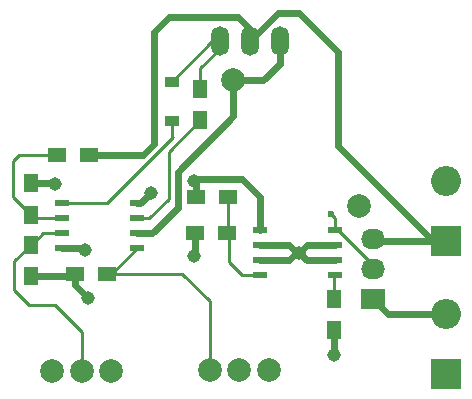
<source format=gbr>
G04 #@! TF.FileFunction,Copper,L1,Top,Signal*
%FSLAX46Y46*%
G04 Gerber Fmt 4.6, Leading zero omitted, Abs format (unit mm)*
G04 Created by KiCad (PCBNEW 4.0.2-4+6225~38~ubuntu14.04.1-stable) date Tue 01 Mar 2016 01:49:07 PM PST*
%MOMM*%
G01*
G04 APERTURE LIST*
%ADD10C,0.100000*%
%ADD11R,1.300000X1.500000*%
%ADD12R,1.500000X1.300000*%
%ADD13R,1.143000X0.508000*%
%ADD14R,1.220000X0.910000*%
%ADD15C,1.998980*%
%ADD16R,2.032000X1.727200*%
%ADD17O,2.032000X1.727200*%
%ADD18O,1.501140X2.499360*%
%ADD19R,2.540000X2.540000*%
%ADD20O,2.540000X2.540000*%
%ADD21C,2.000000*%
%ADD22C,1.143000*%
%ADD23C,0.600000*%
%ADD24C,0.609600*%
%ADD25C,0.250000*%
G04 APERTURE END LIST*
D10*
D11*
X66167000Y-87837000D03*
X66167000Y-85137000D03*
D12*
X71073000Y-77597000D03*
X68373000Y-77597000D03*
D11*
X66167000Y-82630000D03*
X66167000Y-79930000D03*
D12*
X69897000Y-87630000D03*
X72597000Y-87630000D03*
D11*
X80518000Y-71929000D03*
X80518000Y-74629000D03*
X91821000Y-89709000D03*
X91821000Y-92409000D03*
D12*
X80184000Y-81153000D03*
X82884000Y-81153000D03*
X82757000Y-84201000D03*
X80057000Y-84201000D03*
D13*
X75184000Y-81661000D03*
X75184000Y-82931000D03*
X75184000Y-84201000D03*
X75184000Y-85471000D03*
X68834000Y-85471000D03*
X68834000Y-84201000D03*
X68834000Y-82931000D03*
X68834000Y-81661000D03*
X91948000Y-83947000D03*
X91948000Y-85217000D03*
X91948000Y-86487000D03*
X91948000Y-87757000D03*
X85598000Y-87757000D03*
X85598000Y-86487000D03*
X85598000Y-85217000D03*
X85598000Y-83947000D03*
D14*
X78105000Y-74660000D03*
X78105000Y-71390000D03*
D15*
X83312000Y-71247000D03*
X93918602Y-81853602D03*
D16*
X95123000Y-89789000D03*
D17*
X95123000Y-87249000D03*
X95123000Y-84709000D03*
D18*
X84709000Y-67945000D03*
X82169000Y-67945000D03*
X87249000Y-67945000D03*
D19*
X101346000Y-96139000D03*
D20*
X101346000Y-91059000D03*
D19*
X101346000Y-84836000D03*
D20*
X101346000Y-79756000D03*
D21*
X81320000Y-95758000D03*
X83820000Y-95758000D03*
X86320000Y-95758000D03*
X67985000Y-95885000D03*
X70485000Y-95885000D03*
X72985000Y-95885000D03*
D22*
X70993000Y-89662000D03*
X80010000Y-79756000D03*
X76327000Y-80772000D03*
X91821000Y-94488000D03*
X70739000Y-85598000D03*
X68199000Y-80010000D03*
X88900000Y-85852000D03*
X80010000Y-86106000D03*
D23*
X91567000Y-82550000D03*
D24*
X69897000Y-87630000D02*
X69897000Y-88566000D01*
X69897000Y-88566000D02*
X70993000Y-89662000D01*
X80184000Y-81153000D02*
X80184000Y-79930000D01*
X80184000Y-79930000D02*
X80010000Y-79756000D01*
X85598000Y-83947000D02*
X85598000Y-81153000D01*
X80137000Y-79629000D02*
X80010000Y-79756000D01*
X84074000Y-79629000D02*
X80137000Y-79629000D01*
X85598000Y-81153000D02*
X84074000Y-79629000D01*
X76327000Y-80772000D02*
X75438000Y-81661000D01*
X80184000Y-79930000D02*
X80010000Y-79756000D01*
X75184000Y-81661000D02*
X75438000Y-81661000D01*
X66294000Y-87837000D02*
X69690000Y-87837000D01*
X69690000Y-87837000D02*
X69897000Y-87630000D01*
X91821000Y-92409000D02*
X91821000Y-94488000D01*
X68834000Y-85471000D02*
X70612000Y-85471000D01*
X70612000Y-85471000D02*
X70739000Y-85598000D01*
X66167000Y-79930000D02*
X68119000Y-79930000D01*
X68119000Y-79930000D02*
X68199000Y-80010000D01*
X91948000Y-86487000D02*
X89535000Y-86487000D01*
X89535000Y-86487000D02*
X88900000Y-85852000D01*
X80057000Y-84201000D02*
X80057000Y-86059000D01*
X80057000Y-86059000D02*
X80010000Y-86106000D01*
X91948000Y-85217000D02*
X89535000Y-85217000D01*
X89535000Y-85217000D02*
X88773000Y-85979000D01*
X85598000Y-85217000D02*
X88011000Y-85217000D01*
X88011000Y-86487000D02*
X85598000Y-86487000D01*
X88519000Y-85979000D02*
X88011000Y-86487000D01*
X88773000Y-85979000D02*
X88519000Y-85979000D01*
X88011000Y-85217000D02*
X88773000Y-85979000D01*
D25*
X91948000Y-82931000D02*
X91948000Y-83947000D01*
X91567000Y-82550000D02*
X91948000Y-82931000D01*
X95123000Y-87249000D02*
X95123000Y-86868000D01*
X95123000Y-86868000D02*
X92202000Y-83947000D01*
X92202000Y-83947000D02*
X91948000Y-83947000D01*
X78105000Y-74660000D02*
X78105000Y-75946000D01*
X72644000Y-81661000D02*
X78232000Y-76073000D01*
X72644000Y-81661000D02*
X68834000Y-81661000D01*
X78105000Y-75946000D02*
X78232000Y-76073000D01*
X82169000Y-67945000D02*
X81550000Y-67945000D01*
X81550000Y-67945000D02*
X78105000Y-71390000D01*
X82169000Y-67945000D02*
X82169000Y-68580000D01*
X82169000Y-68580000D02*
X80518000Y-70231000D01*
X80518000Y-70231000D02*
X80518000Y-71929000D01*
D24*
X101346000Y-91059000D02*
X96393000Y-91059000D01*
X96393000Y-91059000D02*
X95123000Y-89789000D01*
X84709000Y-67945000D02*
X84709000Y-66929000D01*
X84709000Y-66929000D02*
X83693000Y-65913000D01*
X75669116Y-77597000D02*
X71073000Y-77597000D01*
X76633058Y-76633058D02*
X75669116Y-77597000D01*
X76633058Y-67130942D02*
X76633058Y-76633058D01*
X77851000Y-65913000D02*
X76633058Y-67130942D01*
X83693000Y-65913000D02*
X77851000Y-65913000D01*
X101346000Y-84836000D02*
X100203000Y-84836000D01*
X100203000Y-84836000D02*
X92202000Y-76835000D01*
X87122000Y-65532000D02*
X84709000Y-67945000D01*
X88900000Y-65532000D02*
X87122000Y-65532000D01*
X92202000Y-68834000D02*
X88900000Y-65532000D01*
X92202000Y-76835000D02*
X92202000Y-68834000D01*
X101346000Y-84836000D02*
X95250000Y-84836000D01*
X95250000Y-84836000D02*
X95123000Y-84709000D01*
X84500000Y-67000000D02*
X84500000Y-68500000D01*
X83312000Y-71247000D02*
X83312000Y-74295000D01*
X76454000Y-84201000D02*
X75184000Y-84201000D01*
X78613000Y-82042000D02*
X76454000Y-84201000D01*
X78613000Y-78994000D02*
X78613000Y-82042000D01*
X83312000Y-74295000D02*
X78613000Y-78994000D01*
X87249000Y-67945000D02*
X87249000Y-69850000D01*
X85852000Y-71247000D02*
X83312000Y-71247000D01*
X87249000Y-69850000D02*
X85852000Y-71247000D01*
D25*
X68373000Y-77597000D02*
X65151000Y-77597000D01*
X64643000Y-81106000D02*
X66167000Y-82630000D01*
X64643000Y-78105000D02*
X64643000Y-81106000D01*
X65151000Y-77597000D02*
X64643000Y-78105000D01*
X68834000Y-82931000D02*
X66468000Y-82931000D01*
X66468000Y-82931000D02*
X66167000Y-82630000D01*
X75184000Y-82931000D02*
X76200000Y-82931000D01*
X77851000Y-77296000D02*
X80518000Y-74629000D01*
X77851000Y-81280000D02*
X77851000Y-77296000D01*
X76200000Y-82931000D02*
X77851000Y-81280000D01*
X91821000Y-89709000D02*
X91821000Y-87884000D01*
X91821000Y-87884000D02*
X91948000Y-87757000D01*
X82884000Y-81153000D02*
X82884000Y-84074000D01*
X82884000Y-84074000D02*
X82931000Y-84121000D01*
X82931000Y-84121000D02*
X82931000Y-86614000D01*
X82931000Y-86614000D02*
X84074000Y-87757000D01*
X84074000Y-87757000D02*
X85598000Y-87757000D01*
X70485000Y-95885000D02*
X70485000Y-92583000D01*
X64770000Y-86534000D02*
X66167000Y-85137000D01*
X64770000Y-89027000D02*
X64770000Y-86534000D01*
X66040000Y-90297000D02*
X64770000Y-89027000D01*
X68199000Y-90297000D02*
X66040000Y-90297000D01*
X70485000Y-92583000D02*
X68199000Y-90297000D01*
X68834000Y-84201000D02*
X67230000Y-84201000D01*
X67230000Y-84201000D02*
X66294000Y-85137000D01*
X81320000Y-95758000D02*
X81320000Y-89956000D01*
X78994000Y-87630000D02*
X72597000Y-87630000D01*
X81320000Y-89956000D02*
X78994000Y-87630000D01*
X72597000Y-87630000D02*
X73025000Y-87630000D01*
X73025000Y-87630000D02*
X75184000Y-85471000D01*
M02*

</source>
